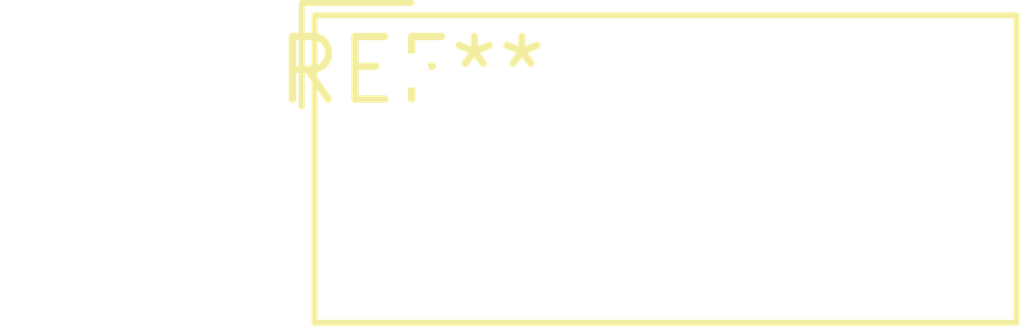
<source format=kicad_pcb>
(kicad_pcb (version 20240108) (generator pcbnew)
  (layers (0 "F.Cu" signal) (31 "B.Cu" signal) (34 "B.Paste" user) (35 "F.Paste" user) (36 "B.SilkS" user "B.Silkscreen") (37 "F.SilkS" user "F.Silkscreen") (38 "B.Mask" user) (39 "F.Mask" user) (44 "Edge.Cuts" user))
  (net 0 "")
  (footprint "Kodenshi_LG206L" (layer "F.Cu") (at 0 0)
    (property "Reference" "REF**")
    (property "Value" "Kodenshi_LG206L")
    (fp_line (start -2.23 -1.37) (end 0 -1.37) (layer "F.SilkS") (stroke (width 0.12)))
    (fp_line (start -2.23 0.73) (end -2.23 -1.37) (layer "F.SilkS") (stroke (width 0.12)))
    (fp_line (start -1.97 -1.12) (end 12.27 -1.12) (layer "F.SilkS") (stroke (width 0.12)))
    (fp_line (start -1.97 5.12) (end -1.97 -1.12) (layer "F.SilkS") (stroke (width 0.12)))
    (fp_line (start 12.27 -1.12) (end 12.27 5.12) (layer "F.SilkS") (stroke (width 0.12)))
    (fp_line (start 12.27 5.12) (end -1.97 5.12) (layer "F.SilkS") (stroke (width 0.12)))
    (pad "1" thru_hole roundrect (at 0 0) (size 1.4 1.1) (drill 0.7) (layers *.Cu *.Mask) (remove_unused_layers) (roundrect_rratio 0.227))
    (pad "2" thru_hole oval (at 0 2) (size 1.4 1.1) (drill 0.7) (layers *.Cu *.Mask) (remove_unused_layers))
    (pad "3" thru_hole oval (at 0 4) (size 1.4 1.1) (drill 0.7) (layers *.Cu *.Mask) (remove_unused_layers))
    (pad "4" thru_hole circle (at 10.3 3.27) (size 1.4 1.4) (drill 0.7) (layers *.Cu *.Mask) (remove_unused_layers))
    (pad "5" thru_hole circle (at 10.3 0.73) (size 1.4 1.4) (drill 0.7) (layers *.Cu *.Mask) (remove_unused_layers))
  )
)
</source>
